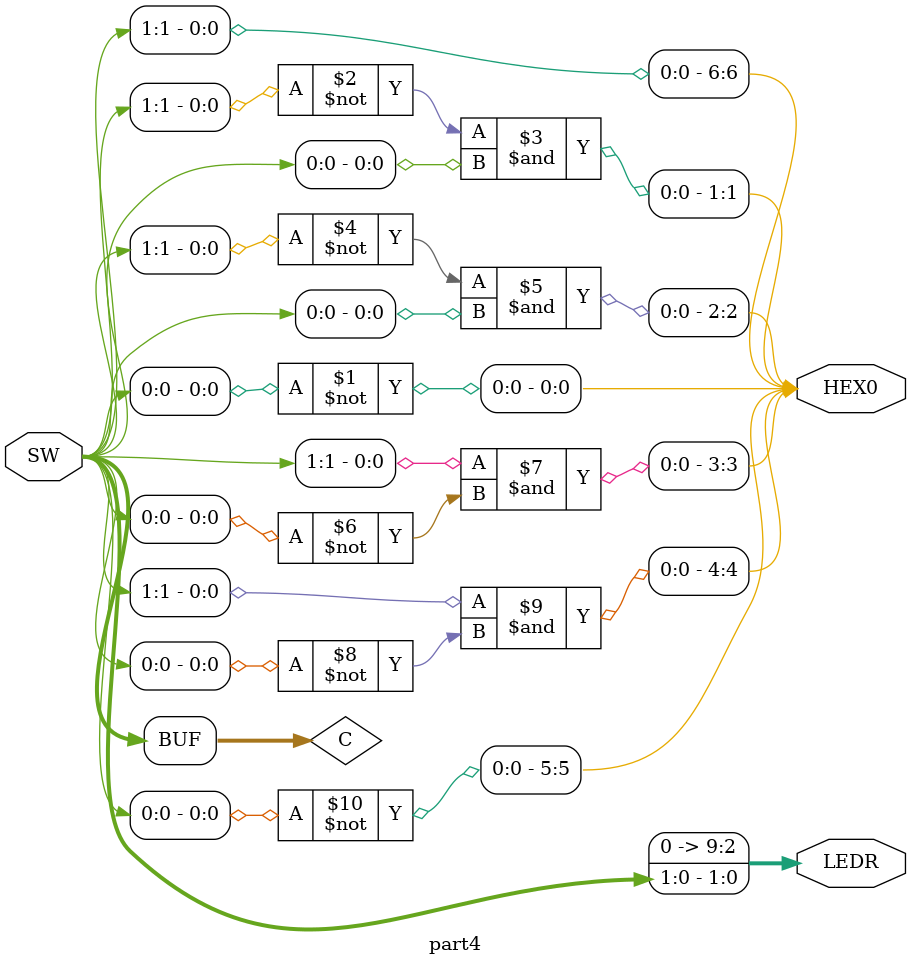
<source format=v>
module part4 (SW, LEDR, HEX0);
       input[1:0] SW;
		 output[9:0] LEDR;
		 output[0:6] HEX0;
		 
		 wire[1:0] C;
		 
		 assign LEDR[1:0]=SW;
		 assign LEDR[9:2]=8'b0;
		 
		 assign C=SW;
		 
		 assign HEX0[0]=~C[0];
		 assign HEX0[1]=~C[1] & C[0];
		 assign HEX0[2]=~C[1] & C[0];
		 assign HEX0[3]=C[1] & ~C[0];
		 assign HEX0[4]=C[1] & ~C[0];
		 assign HEX0[5]=~C[0];
		 assign HEX0[6]=C[1];
endmodule
</source>
